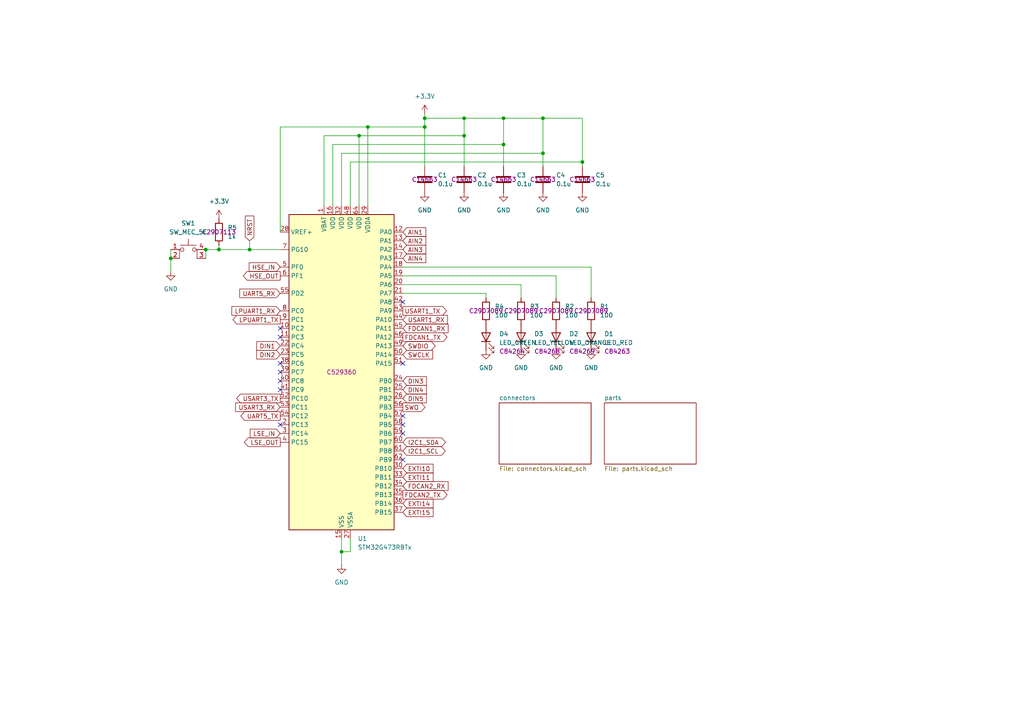
<source format=kicad_sch>
(kicad_sch (version 20250114) (generator "eeschema") (generator_version "9.0")
  (paper "A4")
  (lib_symbols
    (symbol "Device:C" (pin_numbers (hide yes)) (pin_names (offset 0.254))
      (property "Reference" "C" (at 0.635 2.54 0))
      (property "Value" "C" (at 0.635 -2.54 0))
      (symbol "C_0_1"
        (polyline (pts (xy -2.032 0.762) (xy 2.032 0.762)) (stroke (width 0.508)))
        (polyline (pts (xy -2.032 -0.762) (xy 2.032 -0.762)) (stroke (width 0.508)))
      )
      (symbol "C_1_1"
        (pin passive line (at 0 3.81 270) (length 2.794) (name "~") (number "1"))
        (pin passive line (at 0 -3.81 90) (length 2.794) (name "~") (number "2"))
      )
    )
    (symbol "Device:LED" (pin_numbers (hide yes)) (pin_names (offset 1.016) (hide yes))
      (property "Reference" "D" (at 0 2.54 0))
      (property "Value" "LED" (at 0 -2.54 0))
      (symbol "LED_0_1"
        (polyline (pts (xy -3.048 -0.762) (xy -4.572 -2.286) (xy -3.81 -2.286) (xy -4.572 -2.286) (xy -4.572 -1.524)))
        (polyline (pts (xy -1.778 -0.762) (xy -3.302 -2.286) (xy -2.54 -2.286) (xy -3.302 -2.286) (xy -3.302 -1.524)))
        (polyline (pts (xy -1.27 0) (xy 1.27 0)))
        (polyline (pts (xy -1.27 -1.27) (xy -1.27 1.27)) (stroke (width 0.254)))
        (polyline (pts (xy 1.27 -1.27) (xy 1.27 1.27) (xy -1.27 0) (xy 1.27 -1.27)) (stroke (width 0.254)))
      )
      (symbol "LED_1_1"
        (pin passive line (at -3.81 0 0) (length 2.54) (name "K") (number "1"))
        (pin passive line (at 3.81 0 180) (length 2.54) (name "A") (number "2"))
      )
    )
    (symbol "Device:R" (pin_numbers (hide yes)) (pin_names (offset 0))
      (property "Reference" "R" (at 2.032 0 90))
      (property "Value" "R" (at 0 0 90))
      (symbol "R_0_1"
        (rectangle (start -1.016 -2.54) (end 1.016 2.54) (stroke (width 0.254)))
      )
      (symbol "R_1_1"
        (pin passive line (at 0 3.81 270) (length 1.27) (name "~") (number "1"))
        (pin passive line (at 0 -3.81 90) (length 1.27) (name "~") (number "2"))
      )
    )
    (symbol "MCU_ST_STM32G4:STM32G473RBTx"
      (property "Reference" "U" (at -15.24 46.99 0))
      (property "Value" "STM32G473RBTx" (at 10.16 46.99 0))
      (symbol "STM32G473RBTx_0_1"
        (rectangle (start -15.24 -45.72) (end 15.24 45.72) (stroke (width 0.254)) (fill (type background)))
      )
      (symbol "STM32G473RBTx_1_1"
        (pin input line (at -17.78 40.64 0) (length 2.54) (name "VREF+") (number "28"))
        (pin bidirectional line (at -17.78 35.56 0) (length 2.54) (name "PG10") (number "7"))
        (pin bidirectional line (at -17.78 30.48 0) (length 2.54) (name "PF0") (number "5"))
        (pin bidirectional line (at -17.78 27.94 0) (length 2.54) (name "PF1") (number "6"))
        (pin bidirectional line (at -17.78 22.86 0) (length 2.54) (name "PD2") (number "55"))
        (pin bidirectional line (at -17.78 17.78 0) (length 2.54) (name "PC0") (number "8"))
        (pin bidirectional line (at -17.78 15.24 0) (length 2.54) (name "PC1") (number "9"))
        (pin bidirectional line (at -17.78 12.7 0) (length 2.54) (name "PC2") (number "10"))
        (pin bidirectional line (at -17.78 10.16 0) (length 2.54) (name "PC3") (number "11"))
        (pin bidirectional line (at -17.78 7.62 0) (length 2.54) (name "PC4") (number "22"))
        (pin bidirectional line (at -17.78 5.08 0) (length 2.54) (name "PC5") (number "23"))
        (pin bidirectional line (at -17.78 2.54 0) (length 2.54) (name "PC6") (number "38"))
        (pin bidirectional line (at -17.78 0 0) (length 2.54) (name "PC7") (number "39"))
        (pin bidirectional line (at -17.78 -2.54 0) (length 2.54) (name "PC8") (number "40"))
        (pin bidirectional line (at -17.78 -5.08 0) (length 2.54) (name "PC9") (number "41"))
        (pin bidirectional line (at -17.78 -7.62 0) (length 2.54) (name "PC10") (number "52"))
        (pin bidirectional line (at -17.78 -10.16 0) (length 2.54) (name "PC11") (number "53"))
        (pin bidirectional line (at -17.78 -12.7 0) (length 2.54) (name "PC12") (number "54"))
        (pin bidirectional line (at -17.78 -15.24 0) (length 2.54) (name "PC13") (number "2"))
        (pin bidirectional line (at -17.78 -17.78 0) (length 2.54) (name "PC14") (number "3"))
        (pin bidirectional line (at -17.78 -20.32 0) (length 2.54) (name "PC15") (number "4"))
        (pin power_in line (at -5.08 48.26 270) (length 2.54) (name "VBAT") (number "1"))
        (pin power_in line (at -2.54 48.26 270) (length 2.54) (name "VDD") (number "16"))
        (pin power_in line (at 0 48.26 270) (length 2.54) (name "VDD") (number "32"))
        (pin power_in line (at 0 -48.26 90) (length 2.54) (name "VSS") (number "15"))
        (pin passive line (at 0 -48.26 90) (length 2.54) (hide yes) (name "VSS") (number "31"))
        (pin passive line (at 0 -48.26 90) (length 2.54) (hide yes) (name "VSS") (number "47"))
        (pin passive line (at 0 -48.26 90) (length 2.54) (hide yes) (name "VSS") (number "63"))
        (pin power_in line (at 2.54 48.26 270) (length 2.54) (name "VDD") (number "48"))
        (pin power_in line (at 2.54 -48.26 90) (length 2.54) (name "VSSA") (number "27"))
        (pin power_in line (at 5.08 48.26 270) (length 2.54) (name "VDD") (number "64"))
        (pin power_in line (at 7.62 48.26 270) (length 2.54) (name "VDDA") (number "29"))
        (pin bidirectional line (at 17.78 40.64 180) (length 2.54) (name "PA0") (number "12"))
        (pin bidirectional line (at 17.78 38.1 180) (length 2.54) (name "PA1") (number "13"))
        (pin bidirectional line (at 17.78 35.56 180) (length 2.54) (name "PA2") (number "14"))
        (pin bidirectional line (at 17.78 33.02 180) (length 2.54) (name "PA3") (number "17"))
        (pin bidirectional line (at 17.78 30.48 180) (length 2.54) (name "PA4") (number "18"))
        (pin bidirectional line (at 17.78 27.94 180) (length 2.54) (name "PA5") (number "19"))
        (pin bidirectional line (at 17.78 25.4 180) (length 2.54) (name "PA6") (number "20"))
        (pin bidirectional line (at 17.78 22.86 180) (length 2.54) (name "PA7") (number "21"))
        (pin bidirectional line (at 17.78 20.32 180) (length 2.54) (name "PA8") (number "42"))
        (pin bidirectional line (at 17.78 17.78 180) (length 2.54) (name "PA9") (number "43"))
        (pin bidirectional line (at 17.78 15.24 180) (length 2.54) (name "PA10") (number "44"))
        (pin bidirectional line (at 17.78 12.7 180) (length 2.54) (name "PA11") (number "45"))
        (pin bidirectional line (at 17.78 10.16 180) (length 2.54) (name "PA12") (number "46"))
        (pin bidirectional line (at 17.78 7.62 180) (length 2.54) (name "PA13") (number "49"))
        (pin bidirectional line (at 17.78 5.08 180) (length 2.54) (name "PA14") (number "50"))
        (pin bidirectional line (at 17.78 2.54 180) (length 2.54) (name "PA15") (number "51"))
        (pin bidirectional line (at 17.78 -2.54 180) (length 2.54) (name "PB0") (number "24"))
        (pin bidirectional line (at 17.78 -5.08 180) (length 2.54) (name "PB1") (number "25"))
        (pin bidirectional line (at 17.78 -7.62 180) (length 2.54) (name "PB2") (number "26"))
        (pin bidirectional line (at 17.78 -10.16 180) (length 2.54) (name "PB3") (number "56"))
        (pin bidirectional line (at 17.78 -12.7 180) (length 2.54) (name "PB4") (number "57"))
        (pin bidirectional line (at 17.78 -15.24 180) (length 2.54) (name "PB5") (number "58"))
        (pin bidirectional line (at 17.78 -17.78 180) (length 2.54) (name "PB6") (number "59"))
        (pin bidirectional line (at 17.78 -20.32 180) (length 2.54) (name "PB7") (number "60"))
        (pin bidirectional line (at 17.78 -22.86 180) (length 2.54) (name "PB8") (number "61"))
        (pin bidirectional line (at 17.78 -25.4 180) (length 2.54) (name "PB9") (number "62"))
        (pin bidirectional line (at 17.78 -27.94 180) (length 2.54) (name "PB10") (number "30"))
        (pin bidirectional line (at 17.78 -30.48 180) (length 2.54) (name "PB11") (number "33"))
        (pin bidirectional line (at 17.78 -33.02 180) (length 2.54) (name "PB12") (number "34"))
        (pin bidirectional line (at 17.78 -35.56 180) (length 2.54) (name "PB13") (number "35"))
        (pin bidirectional line (at 17.78 -38.1 180) (length 2.54) (name "PB14") (number "36"))
        (pin bidirectional line (at 17.78 -40.64 180) (length 2.54) (name "PB15") (number "37"))
      )
    )
    (symbol "Switch:SW_MEC_5E" (pin_names (offset 1.016) (hide yes))
      (property "Reference" "SW" (at 0.635 5.715 0))
      (property "Value" "SW_MEC_5E" (at 0 -3.175 0))
      (symbol "SW_MEC_5E_0_1"
        (polyline (pts (xy -2.54 0) (xy -2.54 2.54) (xy -2.286 2.54)))
        (polyline (pts (xy -2.286 3.81) (xy 2.286 3.81)))
        (circle (center -1.778 2.54) (radius 0.508))
        (polyline (pts (xy 0 3.81) (xy 0 5.588)))
        (circle (center 1.778 2.54) (radius 0.508))
        (polyline (pts (xy 2.54 0) (xy 2.54 2.54) (xy 2.286 2.54)))
        (pin passive line (at -5.08 2.54 0) (length 2.54) (name "1") (number "1"))
        (pin passive line (at -5.08 0 0) (length 2.54) (name "2") (number "2"))
        (pin passive line (at 5.08 2.54 180) (length 2.54) (name "A") (number "4"))
        (pin passive line (at 5.08 0 180) (length 2.54) (name "K") (number "3"))
      )
    )
    (symbol "power:+3.3V" (power) (pin_numbers (hide yes)) (pin_names (offset 0) (hide yes))
      (property "Value" "+3.3V" (at 0 3.556 0))
      (symbol "+3.3V_0_1"
        (polyline (pts (xy -0.762 1.27) (xy 0 2.54)))
        (polyline (pts (xy 0 2.54) (xy 0.762 1.27)))
        (polyline (pts (xy 0 0) (xy 0 2.54)))
      )
      (symbol "+3.3V_1_1"
        (pin power_in line (at 0 0 90) (length 0) (name "~") (number "1"))
      )
    )
    (symbol "power:GND" (power) (pin_numbers (hide yes)) (pin_names (offset 0) (hide yes))
      (property "Value" "GND" (at 0 -3.81 0))
      (symbol "GND_0_1"
        (polyline (pts (xy 0 0) (xy 0 -1.27) (xy 1.27 -1.27) (xy 0 -2.54) (xy -1.27 -1.27) (xy 0 -1.27)))
      )
      (symbol "GND_1_1"
        (pin power_in line (at 0 0 270) (length 0) (name "~") (number "1"))
      )
    )
  )
  (junction (at 157.48 44.45))
  (junction (at 146.05 34.29))
  (junction (at 134.62 39.37))
  (junction (at 123.19 34.29))
  (junction (at 106.68 36.83))
  (junction (at 168.91 46.99))
  (junction (at 49.53 74.93))
  (junction (at 59.69 72.39))
  (junction (at 123.19 36.83))
  (junction (at 99.06 160.02))
  (junction (at 157.48 34.29))
  (junction (at 72.39 72.39))
  (junction (at 146.05 41.91))
  (junction (at 104.14 39.37))
  (junction (at 63.5 72.39))
  (junction (at 134.62 34.29))
  (no_connect (at 116.84 105.41))
  (no_connect (at 116.84 133.35))
  (no_connect (at 81.28 110.49))
  (no_connect (at 116.84 125.73))
  (no_connect (at 81.28 105.41))
  (no_connect (at 81.28 107.95))
  (no_connect (at 81.28 123.19))
  (no_connect (at 116.84 123.19))
  (no_connect (at 81.28 113.03))
  (no_connect (at 116.84 87.63))
  (no_connect (at 81.28 97.79))
  (no_connect (at 81.28 95.25))
  (no_connect (at 116.84 120.65))
  (wire (pts (xy 123.19 34.29) (xy 123.19 36.83)))
  (wire (pts (xy 116.84 82.55) (xy 151.13 82.55)))
  (wire (pts (xy 49.53 72.39) (xy 49.53 74.93)))
  (wire (pts (xy 168.91 34.29) (xy 157.48 34.29)))
  (wire (pts (xy 99.06 44.45) (xy 157.48 44.45)))
  (wire (pts (xy 101.6 156.21) (xy 101.6 160.02)))
  (wire (pts (xy 134.62 34.29) (xy 134.62 39.37)))
  (wire (pts (xy 101.6 46.99) (xy 101.6 59.69)))
  (wire (pts (xy 134.62 39.37) (xy 134.62 48.26)))
  (wire (pts (xy 146.05 34.29) (xy 134.62 34.29)))
  (wire (pts (xy 72.39 72.39) (xy 81.28 72.39)))
  (wire (pts (xy 72.39 69.85) (xy 72.39 72.39)))
  (wire (pts (xy 134.62 34.29) (xy 123.19 34.29)))
  (wire (pts (xy 99.06 160.02) (xy 99.06 163.83)))
  (wire (pts (xy 146.05 34.29) (xy 157.48 34.29)))
  (wire (pts (xy 99.06 156.21) (xy 99.06 160.02)))
  (wire (pts (xy 123.19 33.02) (xy 123.19 34.29)))
  (wire (pts (xy 81.28 36.83) (xy 106.68 36.83)))
  (wire (pts (xy 157.48 34.29) (xy 157.48 44.45)))
  (wire (pts (xy 146.05 41.91) (xy 146.05 48.26)))
  (wire (pts (xy 101.6 46.99) (xy 168.91 46.99)))
  (wire (pts (xy 104.14 39.37) (xy 134.62 39.37)))
  (wire (pts (xy 168.91 34.29) (xy 168.91 46.99)))
  (wire (pts (xy 59.69 72.39) (xy 63.5 72.39)))
  (wire (pts (xy 106.68 36.83) (xy 123.19 36.83)))
  (wire (pts (xy 59.69 72.39) (xy 59.69 74.93)))
  (wire (pts (xy 106.68 36.83) (xy 106.68 59.69)))
  (wire (pts (xy 49.53 74.93) (xy 49.53 78.74)))
  (wire (pts (xy 146.05 34.29) (xy 146.05 41.91)))
  (wire (pts (xy 171.45 77.47) (xy 171.45 86.36)))
  (wire (pts (xy 96.52 41.91) (xy 96.52 59.69)))
  (wire (pts (xy 116.84 77.47) (xy 171.45 77.47)))
  (wire (pts (xy 140.97 86.36) (xy 140.97 85.09)))
  (wire (pts (xy 93.98 39.37) (xy 93.98 59.69)))
  (wire (pts (xy 63.5 72.39) (xy 72.39 72.39)))
  (wire (pts (xy 123.19 36.83) (xy 123.19 48.26)))
  (wire (pts (xy 104.14 39.37) (xy 104.14 59.69)))
  (wire (pts (xy 96.52 41.91) (xy 146.05 41.91)))
  (wire (pts (xy 63.5 71.12) (xy 63.5 72.39)))
  (wire (pts (xy 81.28 67.31) (xy 81.28 36.83)))
  (wire (pts (xy 101.6 160.02) (xy 99.06 160.02)))
  (wire (pts (xy 168.91 46.99) (xy 168.91 48.26)))
  (wire (pts (xy 161.29 80.01) (xy 161.29 86.36)))
  (wire (pts (xy 151.13 82.55) (xy 151.13 86.36)))
  (wire (pts (xy 157.48 44.45) (xy 157.48 48.26)))
  (wire (pts (xy 99.06 44.45) (xy 99.06 59.69)))
  (wire (pts (xy 140.97 85.09) (xy 116.84 85.09)))
  (wire (pts (xy 93.98 39.37) (xy 104.14 39.37)))
  (wire (pts (xy 116.84 80.01) (xy 161.29 80.01)))
  (global_label "DIN4" (shape input) (at 116.84 113.03 0) (property "Intersheetrefs" "${INTERSHEET_REFS}" (effects (hide yes))))
  (global_label "AIN2" (shape input) (at 116.84 69.85 0) (property "Intersheetrefs" "${INTERSHEET_REFS}" (effects (hide yes))))
  (global_label "USART1_TX" (shape output) (at 116.84 90.17 0) (property "Intersheetrefs" "${INTERSHEET_REFS}" (effects (hide yes))))
  (global_label "USART1_RX" (shape input) (at 116.84 92.71 0) (property "Intersheetrefs" "${INTERSHEET_REFS}" (effects (hide yes))))
  (global_label "FDCAN1_TX" (shape output) (at 116.84 97.79 0) (property "Intersheetrefs" "${INTERSHEET_REFS}" (effects (hide yes))))
  (global_label "USART3_RX" (shape input) (at 81.28 118.11 180) (property "Intersheetrefs" "${INTERSHEET_REFS}" (effects (hide yes))))
  (global_label "USART3_TX" (shape output) (at 81.28 115.57 180) (property "Intersheetrefs" "${INTERSHEET_REFS}" (effects (hide yes))))
  (global_label "AIN1" (shape input) (at 116.84 67.31 0) (property "Intersheetrefs" "${INTERSHEET_REFS}" (effects (hide yes))))
  (global_label "HSE_OUT" (shape output) (at 81.28 80.01 180) (property "Intersheetrefs" "${INTERSHEET_REFS}" (effects (hide yes))))
  (global_label "LSE_OUT" (shape output) (at 81.28 128.27 180) (property "Intersheetrefs" "${INTERSHEET_REFS}" (effects (hide yes))))
  (global_label "FDCAN2_RX" (shape input) (at 116.84 140.97 0) (property "Intersheetrefs" "${INTERSHEET_REFS}" (effects (hide yes))))
  (global_label "HSE_IN" (shape input) (at 81.28 77.47 180) (property "Intersheetrefs" "${INTERSHEET_REFS}" (effects (hide yes))))
  (global_label "NRST" (shape input) (at 72.39 69.85 90) (property "Intersheetrefs" "${INTERSHEET_REFS}" (effects (hide yes))))
  (global_label "LPUART1_RX" (shape input) (at 81.28 90.17 180) (property "Intersheetrefs" "${INTERSHEET_REFS}" (effects (hide yes))))
  (global_label "LPUART1_TX" (shape output) (at 81.28 92.71 180) (property "Intersheetrefs" "${INTERSHEET_REFS}" (effects (hide yes))))
  (global_label "UART5_TX" (shape output) (at 81.28 120.65 180) (property "Intersheetrefs" "${INTERSHEET_REFS}" (effects (hide yes))))
  (global_label "AIN3" (shape input) (at 116.84 72.39 0) (property "Intersheetrefs" "${INTERSHEET_REFS}" (effects (hide yes))))
  (global_label "FDCAN2_TX" (shape output) (at 116.84 143.51 0) (property "Intersheetrefs" "${INTERSHEET_REFS}" (effects (hide yes))))
  (global_label "EXTI14" (shape input) (at 116.84 146.05 0) (property "Intersheetrefs" "${INTERSHEET_REFS}" (effects (hide yes))))
  (global_label "FDCAN1_RX" (shape input) (at 116.84 95.25 0) (property "Intersheetrefs" "${INTERSHEET_REFS}" (effects (hide yes))))
  (global_label "SWCLK" (shape input) (at 116.84 102.87 0) (property "Intersheetrefs" "${INTERSHEET_REFS}" (effects (hide yes))))
  (global_label "SWDIO" (shape bidirectional) (at 116.84 100.33 0) (property "Intersheetrefs" "${INTERSHEET_REFS}" (effects (hide yes))))
  (global_label "DIN2" (shape input) (at 81.28 102.87 180) (property "Intersheetrefs" "${INTERSHEET_REFS}" (effects (hide yes))))
  (global_label "EXTI10" (shape input) (at 116.84 135.89 0) (property "Intersheetrefs" "${INTERSHEET_REFS}" (effects (hide yes))))
  (global_label "I2C1_SDA" (shape bidirectional) (at 116.84 128.27 0) (property "Intersheetrefs" "${INTERSHEET_REFS}" (effects (hide yes))))
  (global_label "EXTI15" (shape input) (at 116.84 148.59 0) (property "Intersheetrefs" "${INTERSHEET_REFS}" (effects (hide yes))))
  (global_label "DIN5" (shape input) (at 116.84 115.57 0) (property "Intersheetrefs" "${INTERSHEET_REFS}" (effects (hide yes))))
  (global_label "AIN4" (shape input) (at 116.84 74.93 0) (property "Intersheetrefs" "${INTERSHEET_REFS}" (effects (hide yes))))
  (global_label "LSE_IN" (shape input) (at 81.28 125.73 180) (property "Intersheetrefs" "${INTERSHEET_REFS}" (effects (hide yes))))
  (global_label "DIN1" (shape input) (at 81.28 100.33 180) (property "Intersheetrefs" "${INTERSHEET_REFS}" (effects (hide yes))))
  (global_label "EXTI11" (shape input) (at 116.84 138.43 0) (property "Intersheetrefs" "${INTERSHEET_REFS}" (effects (hide yes))))
  (global_label "UART5_RX" (shape input) (at 81.28 85.09 180) (property "Intersheetrefs" "${INTERSHEET_REFS}" (effects (hide yes))))
  (global_label "I2C1_SCL" (shape bidirectional) (at 116.84 130.81 0) (property "Intersheetrefs" "${INTERSHEET_REFS}" (effects (hide yes))))
  (global_label "DIN3" (shape input) (at 116.84 110.49 0) (property "Intersheetrefs" "${INTERSHEET_REFS}" (effects (hide yes))))
  (global_label "SWO" (shape output) (at 116.84 118.11 0) (property "Intersheetrefs" "${INTERSHEET_REFS}" (effects (hide yes))))
  (symbol (lib_id "power:GND") (at 99.06 163.83 0) (unit 1)
    (property "Reference" "#PWR01" (effects (hide yes)))
    (property "Value" "GND" (at 99.06 168.91 0))
    (property "Description" "Power symbol creates a global label with name \"GND\" , ground" (effects (hide yes)))
  )
  (symbol (lib_id "Device:R") (at 151.13 90.17 0) (unit 1)
    (property "Reference" "R3" (at 153.67 88.8999 0) (effects (justify left)))
    (property "Value" "100" (at 153.67 91.4399 0) (effects (justify left)))
    (property "Footprint" "Resistor_SMD:R_0603_1608Metric_Pad0.98x0.95mm_HandSolder" (effects (hide yes)))
    (property "Description" "Resistor" (effects (hide yes)))
    (property "LCSC PN" "C2907089" (at 151.13 90.17 0))
  )
  (symbol (lib_id "power:GND") (at 134.62 55.88 0) (unit 1)
    (property "Reference" "#PWR04" (effects (hide yes)))
    (property "Value" "GND" (at 134.62 60.96 0))
    (property "Description" "Power symbol creates a global label with name \"GND\" , ground" (effects (hide yes)))
  )
  (symbol (lib_id "Device:R") (at 140.97 90.17 0) (unit 1)
    (property "Reference" "R4" (at 143.51 88.8999 0) (effects (justify left)))
    (property "Value" "100" (at 143.51 91.4399 0) (effects (justify left)))
    (property "Footprint" "Resistor_SMD:R_0603_1608Metric_Pad0.98x0.95mm_HandSolder" (effects (hide yes)))
    (property "Description" "Resistor" (effects (hide yes)))
    (property "LCSC PN" "C2907089" (at 140.97 90.17 0))
  )
  (symbol (lib_id "Device:C") (at 123.19 52.07 0) (unit 1)
    (property "Reference" "C1" (at 127 50.7999 0) (effects (justify left)))
    (property "Value" "0.1u" (at 127 53.3399 0) (effects (justify left)))
    (property "Footprint" "Capacitor_SMD:C_0603_1608Metric_Pad1.08x0.95mm_HandSolder" (effects (hide yes)))
    (property "Description" "Unpolarized capacitor" (effects (hide yes)))
    (property "LCSC PN" "C14663" (at 123.19 52.07 0))
  )
  (symbol (lib_id "power:GND") (at 151.13 101.6 0) (unit 1)
    (property "Reference" "#PWR09" (effects (hide yes)))
    (property "Value" "GND" (at 151.13 106.68 0))
    (property "Description" "Power symbol creates a global label with name \"GND\" , ground" (effects (hide yes)))
  )
  (symbol (lib_id "MCU_ST_STM32G4:STM32G473RBTx") (at 99.06 107.95 0) (unit 1)
    (property "Reference" "U1" (at 103.7433 156.21 0) (effects (justify left)))
    (property "Value" "STM32G473RBTx" (at 103.7433 158.75 0) (effects (justify left)))
    (property "Footprint" "Package_QFP:LQFP-64_10x10mm_P0.5mm" (effects (hide yes)))
    (property "Datasheet" "https://www.st.com/resource/en/datasheet/stm32g473rb.pdf" (effects (hide yes)))
    (property "Description" "STMicroelectronics Arm Cortex-M4 MCU, 128KB flash, 128KB RAM, 170 MHz, 1.71-3.6V, 52 GPIO, LQFP64" (effects (hide yes)))
    (property "LCSC PN" "C529360" (at 99.06 107.95 0))
  )
  (symbol (lib_id "Switch:SW_MEC_5E") (at 54.61 74.93 0) (unit 1)
    (property "Reference" "SW1" (at 54.61 64.77 0))
    (property "Value" "SW_MEC_5E" (at 54.61 67.31 0))
    (property "Footprint" "circuit-sugoi-tsuyoi-machine:tact" (effects (hide yes)))
    (property "Datasheet" "http://www.apem.com/int/index.php?controller=attachment&id_attachment=1371" (effects (hide yes)))
    (property "Description" "MEC 5E single pole normally-open tactile switch" (effects (hide yes)))
  )
  (symbol (lib_id "Device:C") (at 134.62 52.07 0) (unit 1)
    (property "Reference" "C2" (at 138.43 50.7999 0) (effects (justify left)))
    (property "Value" "0.1u" (at 138.43 53.3399 0) (effects (justify left)))
    (property "Footprint" "Capacitor_SMD:C_0603_1608Metric_Pad1.08x0.95mm_HandSolder" (effects (hide yes)))
    (property "Description" "Unpolarized capacitor" (effects (hide yes)))
    (property "LCSC PN" "C14663" (at 134.62 52.07 0))
  )
  (symbol (lib_id "power:GND") (at 157.48 55.88 0) (unit 1)
    (property "Reference" "#PWR06" (effects (hide yes)))
    (property "Value" "GND" (at 157.48 60.96 0))
    (property "Description" "Power symbol creates a global label with name \"GND\" , ground" (effects (hide yes)))
  )
  (symbol (lib_id "power:GND") (at 146.05 55.88 0) (unit 1)
    (property "Reference" "#PWR05" (effects (hide yes)))
    (property "Value" "GND" (at 146.05 60.96 0))
    (property "Description" "Power symbol creates a global label with name \"GND\" , ground" (effects (hide yes)))
  )
  (symbol (lib_id "Device:LED") (at 161.29 97.79 90) (unit 1)
    (property "Reference" "D2" (at 165.1 96.8374 90) (effects (justify right)))
    (property "Value" "LED_ORANGE" (at 165.1 99.3774 90) (effects (justify right)))
    (property "Footprint" "LED_SMD:LED_0603_1608Metric_Pad1.05x0.95mm_HandSolder" (effects (hide yes)))
    (property "Description" "Light emitting diode" (effects (hide yes)))
    (property "Sim.Pins" "1=K 2=A" (effects (hide yes)))
    (property "LCSC PN" "C84269" (at 165.1 101.9174 90) (effects (justify right)))
  )
  (symbol (lib_id "Device:C") (at 168.91 52.07 0) (unit 1)
    (property "Reference" "C5" (at 172.72 50.7999 0) (effects (justify left)))
    (property "Value" "0.1u" (at 172.72 53.3399 0) (effects (justify left)))
    (property "Footprint" "Capacitor_SMD:C_0603_1608Metric_Pad1.08x0.95mm_HandSolder" (effects (hide yes)))
    (property "Description" "Unpolarized capacitor" (effects (hide yes)))
    (property "LCSC PN" "C14663" (at 168.91 52.07 0))
  )
  (symbol (lib_id "power:GND") (at 171.45 101.6 0) (unit 1)
    (property "Reference" "#PWR011" (effects (hide yes)))
    (property "Value" "GND" (at 171.45 106.68 0))
    (property "Description" "Power symbol creates a global label with name \"GND\" , ground" (effects (hide yes)))
  )
  (symbol (lib_id "power:GND") (at 140.97 101.6 0) (unit 1)
    (property "Reference" "#PWR08" (effects (hide yes)))
    (property "Value" "GND" (at 140.97 106.68 0))
    (property "Description" "Power symbol creates a global label with name \"GND\" , ground" (effects (hide yes)))
  )
  (symbol (lib_id "power:GND") (at 123.19 55.88 0) (unit 1)
    (property "Reference" "#PWR03" (effects (hide yes)))
    (property "Value" "GND" (at 123.19 60.96 0))
    (property "Description" "Power symbol creates a global label with name \"GND\" , ground" (effects (hide yes)))
  )
  (symbol (lib_id "Device:R") (at 63.5 67.31 0) (unit 1)
    (property "Reference" "R5" (at 66.04 66.0399 0) (effects (justify left)))
    (property "Value" "1k" (at 66.04 68.5799 0) (effects (justify left)))
    (property "Footprint" "Resistor_SMD:R_0603_1608Metric_Pad0.98x0.95mm_HandSolder" (effects (hide yes)))
    (property "Description" "Resistor" (effects (hide yes)))
    (property "LCSC PN" "C2907113" (at 63.5 67.31 0))
  )
  (symbol (lib_id "Device:LED") (at 140.97 97.79 90) (unit 1)
    (property "Reference" "D4" (at 144.78 96.8374 90) (effects (justify right)))
    (property "Value" "LED_GREEN" (at 144.78 99.3774 90) (effects (justify right)))
    (property "Footprint" "LED_SMD:LED_0603_1608Metric_Pad1.05x0.95mm_HandSolder" (effects (hide yes)))
    (property "Description" "Light emitting diode" (effects (hide yes)))
    (property "Sim.Pins" "1=K 2=A" (effects (hide yes)))
    (property "LCSC PN" "C84264" (at 144.78 101.9174 90) (effects (justify right)))
  )
  (symbol (lib_id "Device:C") (at 157.48 52.07 0) (unit 1)
    (property "Reference" "C4" (at 161.29 50.7999 0) (effects (justify left)))
    (property "Value" "0.1u" (at 161.29 53.3399 0) (effects (justify left)))
    (property "Footprint" "Capacitor_SMD:C_0603_1608Metric_Pad1.08x0.95mm_HandSolder" (effects (hide yes)))
    (property "Description" "Unpolarized capacitor" (effects (hide yes)))
    (property "LCSC PN" "C14663" (at 157.48 52.07 0))
  )
  (symbol (lib_id "power:+3.3V") (at 63.5 63.5 0) (unit 1)
    (property "Reference" "#PWR013" (effects (hide yes)))
    (property "Value" "+3.3V" (at 63.5 58.42 0))
    (property "Description" "Power symbol creates a global label with name \"+3.3V\"" (effects (hide yes)))
  )
  (symbol (lib_id "power:+3.3V") (at 123.19 33.02 0) (unit 1)
    (property "Reference" "#PWR02" (effects (hide yes)))
    (property "Value" "+3.3V" (at 123.19 27.94 0))
    (property "Description" "Power symbol creates a global label with name \"+3.3V\"" (effects (hide yes)))
  )
  (symbol (lib_id "Device:R") (at 161.29 90.17 0) (unit 1)
    (property "Reference" "R2" (at 163.83 88.8999 0) (effects (justify left)))
    (property "Value" "100" (at 163.83 91.4399 0) (effects (justify left)))
    (property "Footprint" "Resistor_SMD:R_0603_1608Metric_Pad0.98x0.95mm_HandSolder" (effects (hide yes)))
    (property "Description" "Resistor" (effects (hide yes)))
    (property "LCSC PN" "C2907089" (at 161.29 90.17 0))
  )
  (symbol (lib_id "power:GND") (at 161.29 101.6 0) (unit 1)
    (property "Reference" "#PWR010" (effects (hide yes)))
    (property "Value" "GND" (at 161.29 106.68 0))
    (property "Description" "Power symbol creates a global label with name \"GND\" , ground" (effects (hide yes)))
  )
  (symbol (lib_id "Device:LED") (at 171.45 97.79 90) (unit 1)
    (property "Reference" "D1" (at 175.26 96.8374 90) (effects (justify right)))
    (property "Value" "LED_RED" (at 175.26 99.3774 90) (effects (justify right)))
    (property "Footprint" "LED_SMD:LED_0603_1608Metric_Pad1.05x0.95mm_HandSolder" (effects (hide yes)))
    (property "Description" "Light emitting diode" (effects (hide yes)))
    (property "Sim.Pins" "1=K 2=A" (effects (hide yes)))
    (property "LCSC PN" "C84263" (at 175.26 101.9174 90) (effects (justify right)))
  )
  (symbol (lib_id "power:GND") (at 49.53 78.74 0) (unit 1)
    (property "Reference" "#PWR014" (effects (hide yes)))
    (property "Value" "GND" (at 49.53 83.82 0))
    (property "Description" "Power symbol creates a global label with name \"GND\" , ground" (effects (hide yes)))
  )
  (symbol (lib_id "Device:R") (at 171.45 90.17 0) (unit 1)
    (property "Reference" "R1" (at 173.99 88.8999 0) (effects (justify left)))
    (property "Value" "100" (at 173.99 91.4399 0) (effects (justify left)))
    (property "Footprint" "Resistor_SMD:R_0603_1608Metric_Pad0.98x0.95mm_HandSolder" (effects (hide yes)))
    (property "Description" "Resistor" (effects (hide yes)))
    (property "LCSC PN" "C2907089" (at 171.45 90.17 0))
  )
  (symbol (lib_id "Device:LED") (at 151.13 97.79 90) (unit 1)
    (property "Reference" "D3" (at 154.94 96.8374 90) (effects (justify right)))
    (property "Value" "LED_YELLOW" (at 154.94 99.3774 90) (effects (justify right)))
    (property "Footprint" "LED_SMD:LED_0603_1608Metric_Pad1.05x0.95mm_HandSolder" (effects (hide yes)))
    (property "Description" "Light emitting diode" (effects (hide yes)))
    (property "Sim.Pins" "1=K 2=A" (effects (hide yes)))
    (property "LCSC PN" "C84268" (at 154.94 101.9174 90) (effects (justify right)))
  )
  (symbol (lib_id "power:GND") (at 168.91 55.88 0) (unit 1)
    (property "Reference" "#PWR07" (effects (hide yes)))
    (property "Value" "GND" (at 168.91 60.96 0))
    (property "Description" "Power symbol creates a global label with name \"GND\" , ground" (effects (hide yes)))
  )
  (symbol (lib_id "Device:C") (at 146.05 52.07 0) (unit 1)
    (property "Reference" "C3" (at 149.86 50.7999 0) (effects (justify left)))
    (property "Value" "0.1u" (at 149.86 53.3399 0) (effects (justify left)))
    (property "Footprint" "Capacitor_SMD:C_0603_1608Metric_Pad1.08x0.95mm_HandSolder" (effects (hide yes)))
    (property "Description" "Unpolarized capacitor" (effects (hide yes)))
    (property "LCSC PN" "C14663" (at 146.05 52.07 0))
  )
  (sheet (at 175.26 116.84) (size 26.67 17.78) (stroke (width 0.1524))
    (property "Sheetname" "parts" (at 175.26 116.1284 0) (effects (justify left bottom)))
    (property "Sheetfile" "parts.kicad_sch" (at 175.26 135.2046 0) (effects (justify left top)))
  )
  (sheet (at 144.78 116.84) (size 26.67 17.78) (stroke (width 0.1524))
    (property "Sheetname" "connectors" (at 144.78 116.1284 0) (effects (justify left bottom)))
    (property "Sheetfile" "connectors.kicad_sch" (at 144.78 135.2046 0) (effects (justify left top)))
  )
)
</source>
